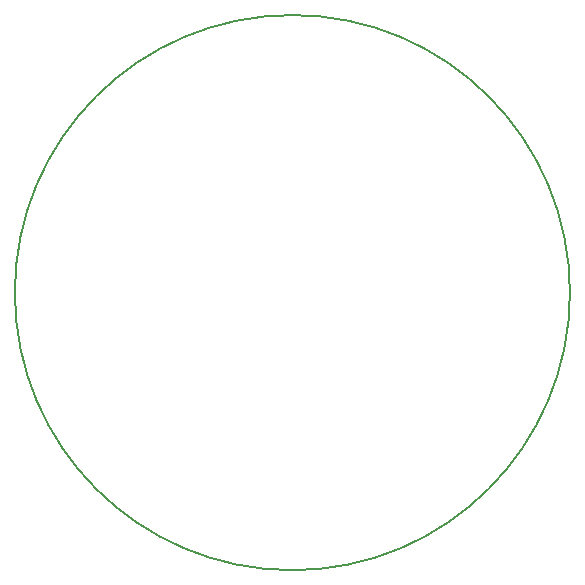
<source format=gbr>
G04 #@! TF.GenerationSoftware,KiCad,Pcbnew,(5.1.0)-1*
G04 #@! TF.CreationDate,2019-06-21T14:45:16-03:00*
G04 #@! TF.ProjectId,PCB_E,5043425f-452e-46b6-9963-61645f706362,rev?*
G04 #@! TF.SameCoordinates,Original*
G04 #@! TF.FileFunction,Profile,NP*
%FSLAX46Y46*%
G04 Gerber Fmt 4.6, Leading zero omitted, Abs format (unit mm)*
G04 Created by KiCad (PCBNEW (5.1.0)-1) date 2019-06-21 14:45:16*
%MOMM*%
%LPD*%
G04 APERTURE LIST*
%ADD10C,0.150000*%
G04 APERTURE END LIST*
D10*
X23500000Y0D02*
G75*
G03X23500000Y0I-23500000J0D01*
G01*
M02*

</source>
